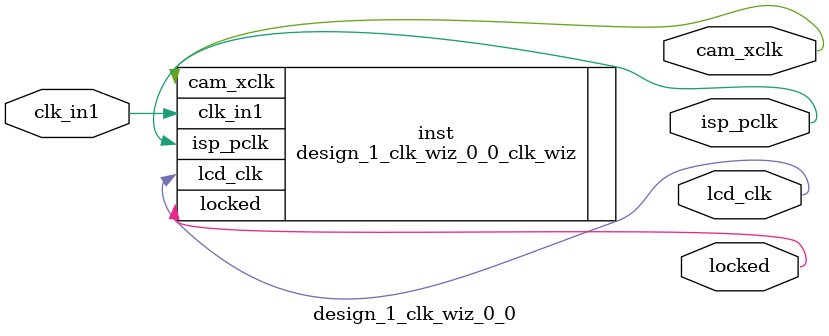
<source format=v>


`timescale 1ps/1ps

(* CORE_GENERATION_INFO = "design_1_clk_wiz_0_0,clk_wiz_v6_0_2_0_0,{component_name=design_1_clk_wiz_0_0,use_phase_alignment=true,use_min_o_jitter=false,use_max_i_jitter=false,use_dyn_phase_shift=false,use_inclk_switchover=false,use_dyn_reconfig=false,enable_axi=0,feedback_source=FDBK_AUTO,PRIMITIVE=MMCM,num_out_clk=3,clkin1_period=8.333,clkin2_period=10.000,use_power_down=false,use_reset=false,use_locked=true,use_inclk_stopped=false,feedback_type=SINGLE,CLOCK_MGR_TYPE=NA,manual_override=false}" *)

module design_1_clk_wiz_0_0 
 (
  // Clock out ports
  output        cam_xclk,
  output        isp_pclk,
  output        lcd_clk,
  // Status and control signals
  output        locked,
 // Clock in ports
  input         clk_in1
 );

  design_1_clk_wiz_0_0_clk_wiz inst
  (
  // Clock out ports  
  .cam_xclk(cam_xclk),
  .isp_pclk(isp_pclk),
  .lcd_clk(lcd_clk),
  // Status and control signals               
  .locked(locked),
 // Clock in ports
  .clk_in1(clk_in1)
  );

endmodule

</source>
